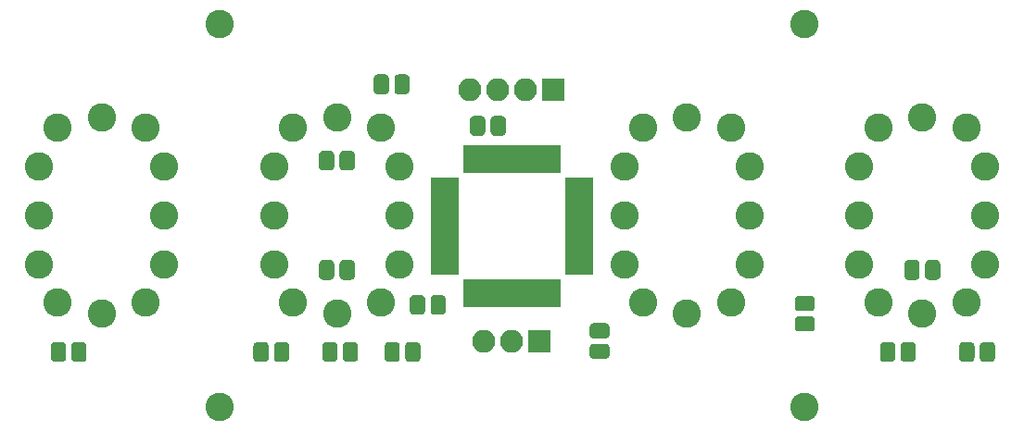
<source format=gbr>
G04 #@! TF.GenerationSoftware,KiCad,Pcbnew,(5.1.5-0-10_14)*
G04 #@! TF.CreationDate,2020-03-24T18:15:21-07:00*
G04 #@! TF.ProjectId,display_module,64697370-6c61-4795-9f6d-6f64756c652e,rev?*
G04 #@! TF.SameCoordinates,Original*
G04 #@! TF.FileFunction,Soldermask,Top*
G04 #@! TF.FilePolarity,Negative*
%FSLAX46Y46*%
G04 Gerber Fmt 4.6, Leading zero omitted, Abs format (unit mm)*
G04 Created by KiCad (PCBNEW (5.1.5-0-10_14)) date 2020-03-24 18:15:21*
%MOMM*%
%LPD*%
G04 APERTURE LIST*
%ADD10C,0.100000*%
%ADD11O,2.100000X2.100000*%
%ADD12R,2.100000X2.100000*%
%ADD13C,2.600000*%
%ADD14R,0.900000X2.600000*%
%ADD15R,2.600000X0.900000*%
G04 APERTURE END LIST*
D10*
G36*
X134114943Y-116601655D02*
G01*
X134148312Y-116606605D01*
X134181035Y-116614802D01*
X134212797Y-116626166D01*
X134243293Y-116640590D01*
X134272227Y-116657932D01*
X134299323Y-116678028D01*
X134324318Y-116700682D01*
X134346972Y-116725677D01*
X134367068Y-116752773D01*
X134384410Y-116781707D01*
X134398834Y-116812203D01*
X134410198Y-116843965D01*
X134418395Y-116876688D01*
X134423345Y-116910057D01*
X134425000Y-116943750D01*
X134425000Y-118056250D01*
X134423345Y-118089943D01*
X134418395Y-118123312D01*
X134410198Y-118156035D01*
X134398834Y-118187797D01*
X134384410Y-118218293D01*
X134367068Y-118247227D01*
X134346972Y-118274323D01*
X134324318Y-118299318D01*
X134299323Y-118321972D01*
X134272227Y-118342068D01*
X134243293Y-118359410D01*
X134212797Y-118373834D01*
X134181035Y-118385198D01*
X134148312Y-118393395D01*
X134114943Y-118398345D01*
X134081250Y-118400000D01*
X133393750Y-118400000D01*
X133360057Y-118398345D01*
X133326688Y-118393395D01*
X133293965Y-118385198D01*
X133262203Y-118373834D01*
X133231707Y-118359410D01*
X133202773Y-118342068D01*
X133175677Y-118321972D01*
X133150682Y-118299318D01*
X133128028Y-118274323D01*
X133107932Y-118247227D01*
X133090590Y-118218293D01*
X133076166Y-118187797D01*
X133064802Y-118156035D01*
X133056605Y-118123312D01*
X133051655Y-118089943D01*
X133050000Y-118056250D01*
X133050000Y-116943750D01*
X133051655Y-116910057D01*
X133056605Y-116876688D01*
X133064802Y-116843965D01*
X133076166Y-116812203D01*
X133090590Y-116781707D01*
X133107932Y-116752773D01*
X133128028Y-116725677D01*
X133150682Y-116700682D01*
X133175677Y-116678028D01*
X133202773Y-116657932D01*
X133231707Y-116640590D01*
X133262203Y-116626166D01*
X133293965Y-116614802D01*
X133326688Y-116606605D01*
X133360057Y-116601655D01*
X133393750Y-116600000D01*
X134081250Y-116600000D01*
X134114943Y-116601655D01*
G37*
G36*
X132239943Y-116601655D02*
G01*
X132273312Y-116606605D01*
X132306035Y-116614802D01*
X132337797Y-116626166D01*
X132368293Y-116640590D01*
X132397227Y-116657932D01*
X132424323Y-116678028D01*
X132449318Y-116700682D01*
X132471972Y-116725677D01*
X132492068Y-116752773D01*
X132509410Y-116781707D01*
X132523834Y-116812203D01*
X132535198Y-116843965D01*
X132543395Y-116876688D01*
X132548345Y-116910057D01*
X132550000Y-116943750D01*
X132550000Y-118056250D01*
X132548345Y-118089943D01*
X132543395Y-118123312D01*
X132535198Y-118156035D01*
X132523834Y-118187797D01*
X132509410Y-118218293D01*
X132492068Y-118247227D01*
X132471972Y-118274323D01*
X132449318Y-118299318D01*
X132424323Y-118321972D01*
X132397227Y-118342068D01*
X132368293Y-118359410D01*
X132337797Y-118373834D01*
X132306035Y-118385198D01*
X132273312Y-118393395D01*
X132239943Y-118398345D01*
X132206250Y-118400000D01*
X131518750Y-118400000D01*
X131485057Y-118398345D01*
X131451688Y-118393395D01*
X131418965Y-118385198D01*
X131387203Y-118373834D01*
X131356707Y-118359410D01*
X131327773Y-118342068D01*
X131300677Y-118321972D01*
X131275682Y-118299318D01*
X131253028Y-118274323D01*
X131232932Y-118247227D01*
X131215590Y-118218293D01*
X131201166Y-118187797D01*
X131189802Y-118156035D01*
X131181605Y-118123312D01*
X131176655Y-118089943D01*
X131175000Y-118056250D01*
X131175000Y-116943750D01*
X131176655Y-116910057D01*
X131181605Y-116876688D01*
X131189802Y-116843965D01*
X131201166Y-116812203D01*
X131215590Y-116781707D01*
X131232932Y-116752773D01*
X131253028Y-116725677D01*
X131275682Y-116700682D01*
X131300677Y-116678028D01*
X131327773Y-116657932D01*
X131356707Y-116640590D01*
X131387203Y-116626166D01*
X131418965Y-116614802D01*
X131451688Y-116606605D01*
X131485057Y-116601655D01*
X131518750Y-116600000D01*
X132206250Y-116600000D01*
X132239943Y-116601655D01*
G37*
G36*
X183189943Y-116601655D02*
G01*
X183223312Y-116606605D01*
X183256035Y-116614802D01*
X183287797Y-116626166D01*
X183318293Y-116640590D01*
X183347227Y-116657932D01*
X183374323Y-116678028D01*
X183399318Y-116700682D01*
X183421972Y-116725677D01*
X183442068Y-116752773D01*
X183459410Y-116781707D01*
X183473834Y-116812203D01*
X183485198Y-116843965D01*
X183493395Y-116876688D01*
X183498345Y-116910057D01*
X183500000Y-116943750D01*
X183500000Y-118056250D01*
X183498345Y-118089943D01*
X183493395Y-118123312D01*
X183485198Y-118156035D01*
X183473834Y-118187797D01*
X183459410Y-118218293D01*
X183442068Y-118247227D01*
X183421972Y-118274323D01*
X183399318Y-118299318D01*
X183374323Y-118321972D01*
X183347227Y-118342068D01*
X183318293Y-118359410D01*
X183287797Y-118373834D01*
X183256035Y-118385198D01*
X183223312Y-118393395D01*
X183189943Y-118398345D01*
X183156250Y-118400000D01*
X182468750Y-118400000D01*
X182435057Y-118398345D01*
X182401688Y-118393395D01*
X182368965Y-118385198D01*
X182337203Y-118373834D01*
X182306707Y-118359410D01*
X182277773Y-118342068D01*
X182250677Y-118321972D01*
X182225682Y-118299318D01*
X182203028Y-118274323D01*
X182182932Y-118247227D01*
X182165590Y-118218293D01*
X182151166Y-118187797D01*
X182139802Y-118156035D01*
X182131605Y-118123312D01*
X182126655Y-118089943D01*
X182125000Y-118056250D01*
X182125000Y-116943750D01*
X182126655Y-116910057D01*
X182131605Y-116876688D01*
X182139802Y-116843965D01*
X182151166Y-116812203D01*
X182165590Y-116781707D01*
X182182932Y-116752773D01*
X182203028Y-116725677D01*
X182225682Y-116700682D01*
X182250677Y-116678028D01*
X182277773Y-116657932D01*
X182306707Y-116640590D01*
X182337203Y-116626166D01*
X182368965Y-116614802D01*
X182401688Y-116606605D01*
X182435057Y-116601655D01*
X182468750Y-116600000D01*
X183156250Y-116600000D01*
X183189943Y-116601655D01*
G37*
G36*
X185064943Y-116601655D02*
G01*
X185098312Y-116606605D01*
X185131035Y-116614802D01*
X185162797Y-116626166D01*
X185193293Y-116640590D01*
X185222227Y-116657932D01*
X185249323Y-116678028D01*
X185274318Y-116700682D01*
X185296972Y-116725677D01*
X185317068Y-116752773D01*
X185334410Y-116781707D01*
X185348834Y-116812203D01*
X185360198Y-116843965D01*
X185368395Y-116876688D01*
X185373345Y-116910057D01*
X185375000Y-116943750D01*
X185375000Y-118056250D01*
X185373345Y-118089943D01*
X185368395Y-118123312D01*
X185360198Y-118156035D01*
X185348834Y-118187797D01*
X185334410Y-118218293D01*
X185317068Y-118247227D01*
X185296972Y-118274323D01*
X185274318Y-118299318D01*
X185249323Y-118321972D01*
X185222227Y-118342068D01*
X185193293Y-118359410D01*
X185162797Y-118373834D01*
X185131035Y-118385198D01*
X185098312Y-118393395D01*
X185064943Y-118398345D01*
X185031250Y-118400000D01*
X184343750Y-118400000D01*
X184310057Y-118398345D01*
X184276688Y-118393395D01*
X184243965Y-118385198D01*
X184212203Y-118373834D01*
X184181707Y-118359410D01*
X184152773Y-118342068D01*
X184125677Y-118321972D01*
X184100682Y-118299318D01*
X184078028Y-118274323D01*
X184057932Y-118247227D01*
X184040590Y-118218293D01*
X184026166Y-118187797D01*
X184014802Y-118156035D01*
X184006605Y-118123312D01*
X184001655Y-118089943D01*
X184000000Y-118056250D01*
X184000000Y-116943750D01*
X184001655Y-116910057D01*
X184006605Y-116876688D01*
X184014802Y-116843965D01*
X184026166Y-116812203D01*
X184040590Y-116781707D01*
X184057932Y-116752773D01*
X184078028Y-116725677D01*
X184100682Y-116700682D01*
X184125677Y-116678028D01*
X184152773Y-116657932D01*
X184181707Y-116640590D01*
X184212203Y-116626166D01*
X184243965Y-116614802D01*
X184276688Y-116606605D01*
X184310057Y-116601655D01*
X184343750Y-116600000D01*
X185031250Y-116600000D01*
X185064943Y-116601655D01*
G37*
G36*
X107439943Y-116601655D02*
G01*
X107473312Y-116606605D01*
X107506035Y-116614802D01*
X107537797Y-116626166D01*
X107568293Y-116640590D01*
X107597227Y-116657932D01*
X107624323Y-116678028D01*
X107649318Y-116700682D01*
X107671972Y-116725677D01*
X107692068Y-116752773D01*
X107709410Y-116781707D01*
X107723834Y-116812203D01*
X107735198Y-116843965D01*
X107743395Y-116876688D01*
X107748345Y-116910057D01*
X107750000Y-116943750D01*
X107750000Y-118056250D01*
X107748345Y-118089943D01*
X107743395Y-118123312D01*
X107735198Y-118156035D01*
X107723834Y-118187797D01*
X107709410Y-118218293D01*
X107692068Y-118247227D01*
X107671972Y-118274323D01*
X107649318Y-118299318D01*
X107624323Y-118321972D01*
X107597227Y-118342068D01*
X107568293Y-118359410D01*
X107537797Y-118373834D01*
X107506035Y-118385198D01*
X107473312Y-118393395D01*
X107439943Y-118398345D01*
X107406250Y-118400000D01*
X106718750Y-118400000D01*
X106685057Y-118398345D01*
X106651688Y-118393395D01*
X106618965Y-118385198D01*
X106587203Y-118373834D01*
X106556707Y-118359410D01*
X106527773Y-118342068D01*
X106500677Y-118321972D01*
X106475682Y-118299318D01*
X106453028Y-118274323D01*
X106432932Y-118247227D01*
X106415590Y-118218293D01*
X106401166Y-118187797D01*
X106389802Y-118156035D01*
X106381605Y-118123312D01*
X106376655Y-118089943D01*
X106375000Y-118056250D01*
X106375000Y-116943750D01*
X106376655Y-116910057D01*
X106381605Y-116876688D01*
X106389802Y-116843965D01*
X106401166Y-116812203D01*
X106415590Y-116781707D01*
X106432932Y-116752773D01*
X106453028Y-116725677D01*
X106475682Y-116700682D01*
X106500677Y-116678028D01*
X106527773Y-116657932D01*
X106556707Y-116640590D01*
X106587203Y-116626166D01*
X106618965Y-116614802D01*
X106651688Y-116606605D01*
X106685057Y-116601655D01*
X106718750Y-116600000D01*
X107406250Y-116600000D01*
X107439943Y-116601655D01*
G37*
G36*
X109314943Y-116601655D02*
G01*
X109348312Y-116606605D01*
X109381035Y-116614802D01*
X109412797Y-116626166D01*
X109443293Y-116640590D01*
X109472227Y-116657932D01*
X109499323Y-116678028D01*
X109524318Y-116700682D01*
X109546972Y-116725677D01*
X109567068Y-116752773D01*
X109584410Y-116781707D01*
X109598834Y-116812203D01*
X109610198Y-116843965D01*
X109618395Y-116876688D01*
X109623345Y-116910057D01*
X109625000Y-116943750D01*
X109625000Y-118056250D01*
X109623345Y-118089943D01*
X109618395Y-118123312D01*
X109610198Y-118156035D01*
X109598834Y-118187797D01*
X109584410Y-118218293D01*
X109567068Y-118247227D01*
X109546972Y-118274323D01*
X109524318Y-118299318D01*
X109499323Y-118321972D01*
X109472227Y-118342068D01*
X109443293Y-118359410D01*
X109412797Y-118373834D01*
X109381035Y-118385198D01*
X109348312Y-118393395D01*
X109314943Y-118398345D01*
X109281250Y-118400000D01*
X108593750Y-118400000D01*
X108560057Y-118398345D01*
X108526688Y-118393395D01*
X108493965Y-118385198D01*
X108462203Y-118373834D01*
X108431707Y-118359410D01*
X108402773Y-118342068D01*
X108375677Y-118321972D01*
X108350682Y-118299318D01*
X108328028Y-118274323D01*
X108307932Y-118247227D01*
X108290590Y-118218293D01*
X108276166Y-118187797D01*
X108264802Y-118156035D01*
X108256605Y-118123312D01*
X108251655Y-118089943D01*
X108250000Y-118056250D01*
X108250000Y-116943750D01*
X108251655Y-116910057D01*
X108256605Y-116876688D01*
X108264802Y-116843965D01*
X108276166Y-116812203D01*
X108290590Y-116781707D01*
X108307932Y-116752773D01*
X108328028Y-116725677D01*
X108350682Y-116700682D01*
X108375677Y-116678028D01*
X108402773Y-116657932D01*
X108431707Y-116640590D01*
X108462203Y-116626166D01*
X108493965Y-116614802D01*
X108526688Y-116606605D01*
X108560057Y-116601655D01*
X108593750Y-116600000D01*
X109281250Y-116600000D01*
X109314943Y-116601655D01*
G37*
G36*
X138814943Y-92101655D02*
G01*
X138848312Y-92106605D01*
X138881035Y-92114802D01*
X138912797Y-92126166D01*
X138943293Y-92140590D01*
X138972227Y-92157932D01*
X138999323Y-92178028D01*
X139024318Y-92200682D01*
X139046972Y-92225677D01*
X139067068Y-92252773D01*
X139084410Y-92281707D01*
X139098834Y-92312203D01*
X139110198Y-92343965D01*
X139118395Y-92376688D01*
X139123345Y-92410057D01*
X139125000Y-92443750D01*
X139125000Y-93556250D01*
X139123345Y-93589943D01*
X139118395Y-93623312D01*
X139110198Y-93656035D01*
X139098834Y-93687797D01*
X139084410Y-93718293D01*
X139067068Y-93747227D01*
X139046972Y-93774323D01*
X139024318Y-93799318D01*
X138999323Y-93821972D01*
X138972227Y-93842068D01*
X138943293Y-93859410D01*
X138912797Y-93873834D01*
X138881035Y-93885198D01*
X138848312Y-93893395D01*
X138814943Y-93898345D01*
X138781250Y-93900000D01*
X138093750Y-93900000D01*
X138060057Y-93898345D01*
X138026688Y-93893395D01*
X137993965Y-93885198D01*
X137962203Y-93873834D01*
X137931707Y-93859410D01*
X137902773Y-93842068D01*
X137875677Y-93821972D01*
X137850682Y-93799318D01*
X137828028Y-93774323D01*
X137807932Y-93747227D01*
X137790590Y-93718293D01*
X137776166Y-93687797D01*
X137764802Y-93656035D01*
X137756605Y-93623312D01*
X137751655Y-93589943D01*
X137750000Y-93556250D01*
X137750000Y-92443750D01*
X137751655Y-92410057D01*
X137756605Y-92376688D01*
X137764802Y-92343965D01*
X137776166Y-92312203D01*
X137790590Y-92281707D01*
X137807932Y-92252773D01*
X137828028Y-92225677D01*
X137850682Y-92200682D01*
X137875677Y-92178028D01*
X137902773Y-92157932D01*
X137931707Y-92140590D01*
X137962203Y-92126166D01*
X137993965Y-92114802D01*
X138026688Y-92106605D01*
X138060057Y-92101655D01*
X138093750Y-92100000D01*
X138781250Y-92100000D01*
X138814943Y-92101655D01*
G37*
G36*
X136939943Y-92101655D02*
G01*
X136973312Y-92106605D01*
X137006035Y-92114802D01*
X137037797Y-92126166D01*
X137068293Y-92140590D01*
X137097227Y-92157932D01*
X137124323Y-92178028D01*
X137149318Y-92200682D01*
X137171972Y-92225677D01*
X137192068Y-92252773D01*
X137209410Y-92281707D01*
X137223834Y-92312203D01*
X137235198Y-92343965D01*
X137243395Y-92376688D01*
X137248345Y-92410057D01*
X137250000Y-92443750D01*
X137250000Y-93556250D01*
X137248345Y-93589943D01*
X137243395Y-93623312D01*
X137235198Y-93656035D01*
X137223834Y-93687797D01*
X137209410Y-93718293D01*
X137192068Y-93747227D01*
X137171972Y-93774323D01*
X137149318Y-93799318D01*
X137124323Y-93821972D01*
X137097227Y-93842068D01*
X137068293Y-93859410D01*
X137037797Y-93873834D01*
X137006035Y-93885198D01*
X136973312Y-93893395D01*
X136939943Y-93898345D01*
X136906250Y-93900000D01*
X136218750Y-93900000D01*
X136185057Y-93898345D01*
X136151688Y-93893395D01*
X136118965Y-93885198D01*
X136087203Y-93873834D01*
X136056707Y-93859410D01*
X136027773Y-93842068D01*
X136000677Y-93821972D01*
X135975682Y-93799318D01*
X135953028Y-93774323D01*
X135932932Y-93747227D01*
X135915590Y-93718293D01*
X135901166Y-93687797D01*
X135889802Y-93656035D01*
X135881605Y-93623312D01*
X135876655Y-93589943D01*
X135875000Y-93556250D01*
X135875000Y-92443750D01*
X135876655Y-92410057D01*
X135881605Y-92376688D01*
X135889802Y-92343965D01*
X135901166Y-92312203D01*
X135915590Y-92281707D01*
X135932932Y-92252773D01*
X135953028Y-92225677D01*
X135975682Y-92200682D01*
X136000677Y-92178028D01*
X136027773Y-92157932D01*
X136056707Y-92140590D01*
X136087203Y-92126166D01*
X136118965Y-92114802D01*
X136151688Y-92106605D01*
X136185057Y-92101655D01*
X136218750Y-92100000D01*
X136906250Y-92100000D01*
X136939943Y-92101655D01*
G37*
G36*
X133814943Y-99101655D02*
G01*
X133848312Y-99106605D01*
X133881035Y-99114802D01*
X133912797Y-99126166D01*
X133943293Y-99140590D01*
X133972227Y-99157932D01*
X133999323Y-99178028D01*
X134024318Y-99200682D01*
X134046972Y-99225677D01*
X134067068Y-99252773D01*
X134084410Y-99281707D01*
X134098834Y-99312203D01*
X134110198Y-99343965D01*
X134118395Y-99376688D01*
X134123345Y-99410057D01*
X134125000Y-99443750D01*
X134125000Y-100556250D01*
X134123345Y-100589943D01*
X134118395Y-100623312D01*
X134110198Y-100656035D01*
X134098834Y-100687797D01*
X134084410Y-100718293D01*
X134067068Y-100747227D01*
X134046972Y-100774323D01*
X134024318Y-100799318D01*
X133999323Y-100821972D01*
X133972227Y-100842068D01*
X133943293Y-100859410D01*
X133912797Y-100873834D01*
X133881035Y-100885198D01*
X133848312Y-100893395D01*
X133814943Y-100898345D01*
X133781250Y-100900000D01*
X133093750Y-100900000D01*
X133060057Y-100898345D01*
X133026688Y-100893395D01*
X132993965Y-100885198D01*
X132962203Y-100873834D01*
X132931707Y-100859410D01*
X132902773Y-100842068D01*
X132875677Y-100821972D01*
X132850682Y-100799318D01*
X132828028Y-100774323D01*
X132807932Y-100747227D01*
X132790590Y-100718293D01*
X132776166Y-100687797D01*
X132764802Y-100656035D01*
X132756605Y-100623312D01*
X132751655Y-100589943D01*
X132750000Y-100556250D01*
X132750000Y-99443750D01*
X132751655Y-99410057D01*
X132756605Y-99376688D01*
X132764802Y-99343965D01*
X132776166Y-99312203D01*
X132790590Y-99281707D01*
X132807932Y-99252773D01*
X132828028Y-99225677D01*
X132850682Y-99200682D01*
X132875677Y-99178028D01*
X132902773Y-99157932D01*
X132931707Y-99140590D01*
X132962203Y-99126166D01*
X132993965Y-99114802D01*
X133026688Y-99106605D01*
X133060057Y-99101655D01*
X133093750Y-99100000D01*
X133781250Y-99100000D01*
X133814943Y-99101655D01*
G37*
G36*
X131939943Y-99101655D02*
G01*
X131973312Y-99106605D01*
X132006035Y-99114802D01*
X132037797Y-99126166D01*
X132068293Y-99140590D01*
X132097227Y-99157932D01*
X132124323Y-99178028D01*
X132149318Y-99200682D01*
X132171972Y-99225677D01*
X132192068Y-99252773D01*
X132209410Y-99281707D01*
X132223834Y-99312203D01*
X132235198Y-99343965D01*
X132243395Y-99376688D01*
X132248345Y-99410057D01*
X132250000Y-99443750D01*
X132250000Y-100556250D01*
X132248345Y-100589943D01*
X132243395Y-100623312D01*
X132235198Y-100656035D01*
X132223834Y-100687797D01*
X132209410Y-100718293D01*
X132192068Y-100747227D01*
X132171972Y-100774323D01*
X132149318Y-100799318D01*
X132124323Y-100821972D01*
X132097227Y-100842068D01*
X132068293Y-100859410D01*
X132037797Y-100873834D01*
X132006035Y-100885198D01*
X131973312Y-100893395D01*
X131939943Y-100898345D01*
X131906250Y-100900000D01*
X131218750Y-100900000D01*
X131185057Y-100898345D01*
X131151688Y-100893395D01*
X131118965Y-100885198D01*
X131087203Y-100873834D01*
X131056707Y-100859410D01*
X131027773Y-100842068D01*
X131000677Y-100821972D01*
X130975682Y-100799318D01*
X130953028Y-100774323D01*
X130932932Y-100747227D01*
X130915590Y-100718293D01*
X130901166Y-100687797D01*
X130889802Y-100656035D01*
X130881605Y-100623312D01*
X130876655Y-100589943D01*
X130875000Y-100556250D01*
X130875000Y-99443750D01*
X130876655Y-99410057D01*
X130881605Y-99376688D01*
X130889802Y-99343965D01*
X130901166Y-99312203D01*
X130915590Y-99281707D01*
X130932932Y-99252773D01*
X130953028Y-99225677D01*
X130975682Y-99200682D01*
X131000677Y-99178028D01*
X131027773Y-99157932D01*
X131056707Y-99140590D01*
X131087203Y-99126166D01*
X131118965Y-99114802D01*
X131151688Y-99106605D01*
X131185057Y-99101655D01*
X131218750Y-99100000D01*
X131906250Y-99100000D01*
X131939943Y-99101655D01*
G37*
G36*
X133814943Y-109101655D02*
G01*
X133848312Y-109106605D01*
X133881035Y-109114802D01*
X133912797Y-109126166D01*
X133943293Y-109140590D01*
X133972227Y-109157932D01*
X133999323Y-109178028D01*
X134024318Y-109200682D01*
X134046972Y-109225677D01*
X134067068Y-109252773D01*
X134084410Y-109281707D01*
X134098834Y-109312203D01*
X134110198Y-109343965D01*
X134118395Y-109376688D01*
X134123345Y-109410057D01*
X134125000Y-109443750D01*
X134125000Y-110556250D01*
X134123345Y-110589943D01*
X134118395Y-110623312D01*
X134110198Y-110656035D01*
X134098834Y-110687797D01*
X134084410Y-110718293D01*
X134067068Y-110747227D01*
X134046972Y-110774323D01*
X134024318Y-110799318D01*
X133999323Y-110821972D01*
X133972227Y-110842068D01*
X133943293Y-110859410D01*
X133912797Y-110873834D01*
X133881035Y-110885198D01*
X133848312Y-110893395D01*
X133814943Y-110898345D01*
X133781250Y-110900000D01*
X133093750Y-110900000D01*
X133060057Y-110898345D01*
X133026688Y-110893395D01*
X132993965Y-110885198D01*
X132962203Y-110873834D01*
X132931707Y-110859410D01*
X132902773Y-110842068D01*
X132875677Y-110821972D01*
X132850682Y-110799318D01*
X132828028Y-110774323D01*
X132807932Y-110747227D01*
X132790590Y-110718293D01*
X132776166Y-110687797D01*
X132764802Y-110656035D01*
X132756605Y-110623312D01*
X132751655Y-110589943D01*
X132750000Y-110556250D01*
X132750000Y-109443750D01*
X132751655Y-109410057D01*
X132756605Y-109376688D01*
X132764802Y-109343965D01*
X132776166Y-109312203D01*
X132790590Y-109281707D01*
X132807932Y-109252773D01*
X132828028Y-109225677D01*
X132850682Y-109200682D01*
X132875677Y-109178028D01*
X132902773Y-109157932D01*
X132931707Y-109140590D01*
X132962203Y-109126166D01*
X132993965Y-109114802D01*
X133026688Y-109106605D01*
X133060057Y-109101655D01*
X133093750Y-109100000D01*
X133781250Y-109100000D01*
X133814943Y-109101655D01*
G37*
G36*
X131939943Y-109101655D02*
G01*
X131973312Y-109106605D01*
X132006035Y-109114802D01*
X132037797Y-109126166D01*
X132068293Y-109140590D01*
X132097227Y-109157932D01*
X132124323Y-109178028D01*
X132149318Y-109200682D01*
X132171972Y-109225677D01*
X132192068Y-109252773D01*
X132209410Y-109281707D01*
X132223834Y-109312203D01*
X132235198Y-109343965D01*
X132243395Y-109376688D01*
X132248345Y-109410057D01*
X132250000Y-109443750D01*
X132250000Y-110556250D01*
X132248345Y-110589943D01*
X132243395Y-110623312D01*
X132235198Y-110656035D01*
X132223834Y-110687797D01*
X132209410Y-110718293D01*
X132192068Y-110747227D01*
X132171972Y-110774323D01*
X132149318Y-110799318D01*
X132124323Y-110821972D01*
X132097227Y-110842068D01*
X132068293Y-110859410D01*
X132037797Y-110873834D01*
X132006035Y-110885198D01*
X131973312Y-110893395D01*
X131939943Y-110898345D01*
X131906250Y-110900000D01*
X131218750Y-110900000D01*
X131185057Y-110898345D01*
X131151688Y-110893395D01*
X131118965Y-110885198D01*
X131087203Y-110873834D01*
X131056707Y-110859410D01*
X131027773Y-110842068D01*
X131000677Y-110821972D01*
X130975682Y-110799318D01*
X130953028Y-110774323D01*
X130932932Y-110747227D01*
X130915590Y-110718293D01*
X130901166Y-110687797D01*
X130889802Y-110656035D01*
X130881605Y-110623312D01*
X130876655Y-110589943D01*
X130875000Y-110556250D01*
X130875000Y-109443750D01*
X130876655Y-109410057D01*
X130881605Y-109376688D01*
X130889802Y-109343965D01*
X130901166Y-109312203D01*
X130915590Y-109281707D01*
X130932932Y-109252773D01*
X130953028Y-109225677D01*
X130975682Y-109200682D01*
X131000677Y-109178028D01*
X131027773Y-109157932D01*
X131056707Y-109140590D01*
X131087203Y-109126166D01*
X131118965Y-109114802D01*
X131151688Y-109106605D01*
X131185057Y-109101655D01*
X131218750Y-109100000D01*
X131906250Y-109100000D01*
X131939943Y-109101655D01*
G37*
G36*
X142114943Y-112301655D02*
G01*
X142148312Y-112306605D01*
X142181035Y-112314802D01*
X142212797Y-112326166D01*
X142243293Y-112340590D01*
X142272227Y-112357932D01*
X142299323Y-112378028D01*
X142324318Y-112400682D01*
X142346972Y-112425677D01*
X142367068Y-112452773D01*
X142384410Y-112481707D01*
X142398834Y-112512203D01*
X142410198Y-112543965D01*
X142418395Y-112576688D01*
X142423345Y-112610057D01*
X142425000Y-112643750D01*
X142425000Y-113756250D01*
X142423345Y-113789943D01*
X142418395Y-113823312D01*
X142410198Y-113856035D01*
X142398834Y-113887797D01*
X142384410Y-113918293D01*
X142367068Y-113947227D01*
X142346972Y-113974323D01*
X142324318Y-113999318D01*
X142299323Y-114021972D01*
X142272227Y-114042068D01*
X142243293Y-114059410D01*
X142212797Y-114073834D01*
X142181035Y-114085198D01*
X142148312Y-114093395D01*
X142114943Y-114098345D01*
X142081250Y-114100000D01*
X141393750Y-114100000D01*
X141360057Y-114098345D01*
X141326688Y-114093395D01*
X141293965Y-114085198D01*
X141262203Y-114073834D01*
X141231707Y-114059410D01*
X141202773Y-114042068D01*
X141175677Y-114021972D01*
X141150682Y-113999318D01*
X141128028Y-113974323D01*
X141107932Y-113947227D01*
X141090590Y-113918293D01*
X141076166Y-113887797D01*
X141064802Y-113856035D01*
X141056605Y-113823312D01*
X141051655Y-113789943D01*
X141050000Y-113756250D01*
X141050000Y-112643750D01*
X141051655Y-112610057D01*
X141056605Y-112576688D01*
X141064802Y-112543965D01*
X141076166Y-112512203D01*
X141090590Y-112481707D01*
X141107932Y-112452773D01*
X141128028Y-112425677D01*
X141150682Y-112400682D01*
X141175677Y-112378028D01*
X141202773Y-112357932D01*
X141231707Y-112340590D01*
X141262203Y-112326166D01*
X141293965Y-112314802D01*
X141326688Y-112306605D01*
X141360057Y-112301655D01*
X141393750Y-112300000D01*
X142081250Y-112300000D01*
X142114943Y-112301655D01*
G37*
G36*
X140239943Y-112301655D02*
G01*
X140273312Y-112306605D01*
X140306035Y-112314802D01*
X140337797Y-112326166D01*
X140368293Y-112340590D01*
X140397227Y-112357932D01*
X140424323Y-112378028D01*
X140449318Y-112400682D01*
X140471972Y-112425677D01*
X140492068Y-112452773D01*
X140509410Y-112481707D01*
X140523834Y-112512203D01*
X140535198Y-112543965D01*
X140543395Y-112576688D01*
X140548345Y-112610057D01*
X140550000Y-112643750D01*
X140550000Y-113756250D01*
X140548345Y-113789943D01*
X140543395Y-113823312D01*
X140535198Y-113856035D01*
X140523834Y-113887797D01*
X140509410Y-113918293D01*
X140492068Y-113947227D01*
X140471972Y-113974323D01*
X140449318Y-113999318D01*
X140424323Y-114021972D01*
X140397227Y-114042068D01*
X140368293Y-114059410D01*
X140337797Y-114073834D01*
X140306035Y-114085198D01*
X140273312Y-114093395D01*
X140239943Y-114098345D01*
X140206250Y-114100000D01*
X139518750Y-114100000D01*
X139485057Y-114098345D01*
X139451688Y-114093395D01*
X139418965Y-114085198D01*
X139387203Y-114073834D01*
X139356707Y-114059410D01*
X139327773Y-114042068D01*
X139300677Y-114021972D01*
X139275682Y-113999318D01*
X139253028Y-113974323D01*
X139232932Y-113947227D01*
X139215590Y-113918293D01*
X139201166Y-113887797D01*
X139189802Y-113856035D01*
X139181605Y-113823312D01*
X139176655Y-113789943D01*
X139175000Y-113756250D01*
X139175000Y-112643750D01*
X139176655Y-112610057D01*
X139181605Y-112576688D01*
X139189802Y-112543965D01*
X139201166Y-112512203D01*
X139215590Y-112481707D01*
X139232932Y-112452773D01*
X139253028Y-112425677D01*
X139275682Y-112400682D01*
X139300677Y-112378028D01*
X139327773Y-112357932D01*
X139356707Y-112340590D01*
X139387203Y-112326166D01*
X139418965Y-112314802D01*
X139451688Y-112306605D01*
X139485057Y-112301655D01*
X139518750Y-112300000D01*
X140206250Y-112300000D01*
X140239943Y-112301655D01*
G37*
G36*
X139814943Y-116601655D02*
G01*
X139848312Y-116606605D01*
X139881035Y-116614802D01*
X139912797Y-116626166D01*
X139943293Y-116640590D01*
X139972227Y-116657932D01*
X139999323Y-116678028D01*
X140024318Y-116700682D01*
X140046972Y-116725677D01*
X140067068Y-116752773D01*
X140084410Y-116781707D01*
X140098834Y-116812203D01*
X140110198Y-116843965D01*
X140118395Y-116876688D01*
X140123345Y-116910057D01*
X140125000Y-116943750D01*
X140125000Y-118056250D01*
X140123345Y-118089943D01*
X140118395Y-118123312D01*
X140110198Y-118156035D01*
X140098834Y-118187797D01*
X140084410Y-118218293D01*
X140067068Y-118247227D01*
X140046972Y-118274323D01*
X140024318Y-118299318D01*
X139999323Y-118321972D01*
X139972227Y-118342068D01*
X139943293Y-118359410D01*
X139912797Y-118373834D01*
X139881035Y-118385198D01*
X139848312Y-118393395D01*
X139814943Y-118398345D01*
X139781250Y-118400000D01*
X139093750Y-118400000D01*
X139060057Y-118398345D01*
X139026688Y-118393395D01*
X138993965Y-118385198D01*
X138962203Y-118373834D01*
X138931707Y-118359410D01*
X138902773Y-118342068D01*
X138875677Y-118321972D01*
X138850682Y-118299318D01*
X138828028Y-118274323D01*
X138807932Y-118247227D01*
X138790590Y-118218293D01*
X138776166Y-118187797D01*
X138764802Y-118156035D01*
X138756605Y-118123312D01*
X138751655Y-118089943D01*
X138750000Y-118056250D01*
X138750000Y-116943750D01*
X138751655Y-116910057D01*
X138756605Y-116876688D01*
X138764802Y-116843965D01*
X138776166Y-116812203D01*
X138790590Y-116781707D01*
X138807932Y-116752773D01*
X138828028Y-116725677D01*
X138850682Y-116700682D01*
X138875677Y-116678028D01*
X138902773Y-116657932D01*
X138931707Y-116640590D01*
X138962203Y-116626166D01*
X138993965Y-116614802D01*
X139026688Y-116606605D01*
X139060057Y-116601655D01*
X139093750Y-116600000D01*
X139781250Y-116600000D01*
X139814943Y-116601655D01*
G37*
G36*
X137939943Y-116601655D02*
G01*
X137973312Y-116606605D01*
X138006035Y-116614802D01*
X138037797Y-116626166D01*
X138068293Y-116640590D01*
X138097227Y-116657932D01*
X138124323Y-116678028D01*
X138149318Y-116700682D01*
X138171972Y-116725677D01*
X138192068Y-116752773D01*
X138209410Y-116781707D01*
X138223834Y-116812203D01*
X138235198Y-116843965D01*
X138243395Y-116876688D01*
X138248345Y-116910057D01*
X138250000Y-116943750D01*
X138250000Y-118056250D01*
X138248345Y-118089943D01*
X138243395Y-118123312D01*
X138235198Y-118156035D01*
X138223834Y-118187797D01*
X138209410Y-118218293D01*
X138192068Y-118247227D01*
X138171972Y-118274323D01*
X138149318Y-118299318D01*
X138124323Y-118321972D01*
X138097227Y-118342068D01*
X138068293Y-118359410D01*
X138037797Y-118373834D01*
X138006035Y-118385198D01*
X137973312Y-118393395D01*
X137939943Y-118398345D01*
X137906250Y-118400000D01*
X137218750Y-118400000D01*
X137185057Y-118398345D01*
X137151688Y-118393395D01*
X137118965Y-118385198D01*
X137087203Y-118373834D01*
X137056707Y-118359410D01*
X137027773Y-118342068D01*
X137000677Y-118321972D01*
X136975682Y-118299318D01*
X136953028Y-118274323D01*
X136932932Y-118247227D01*
X136915590Y-118218293D01*
X136901166Y-118187797D01*
X136889802Y-118156035D01*
X136881605Y-118123312D01*
X136876655Y-118089943D01*
X136875000Y-118056250D01*
X136875000Y-116943750D01*
X136876655Y-116910057D01*
X136881605Y-116876688D01*
X136889802Y-116843965D01*
X136901166Y-116812203D01*
X136915590Y-116781707D01*
X136932932Y-116752773D01*
X136953028Y-116725677D01*
X136975682Y-116700682D01*
X137000677Y-116678028D01*
X137027773Y-116657932D01*
X137056707Y-116640590D01*
X137087203Y-116626166D01*
X137118965Y-116614802D01*
X137151688Y-116606605D01*
X137185057Y-116601655D01*
X137218750Y-116600000D01*
X137906250Y-116600000D01*
X137939943Y-116601655D01*
G37*
G36*
X127814943Y-116601655D02*
G01*
X127848312Y-116606605D01*
X127881035Y-116614802D01*
X127912797Y-116626166D01*
X127943293Y-116640590D01*
X127972227Y-116657932D01*
X127999323Y-116678028D01*
X128024318Y-116700682D01*
X128046972Y-116725677D01*
X128067068Y-116752773D01*
X128084410Y-116781707D01*
X128098834Y-116812203D01*
X128110198Y-116843965D01*
X128118395Y-116876688D01*
X128123345Y-116910057D01*
X128125000Y-116943750D01*
X128125000Y-118056250D01*
X128123345Y-118089943D01*
X128118395Y-118123312D01*
X128110198Y-118156035D01*
X128098834Y-118187797D01*
X128084410Y-118218293D01*
X128067068Y-118247227D01*
X128046972Y-118274323D01*
X128024318Y-118299318D01*
X127999323Y-118321972D01*
X127972227Y-118342068D01*
X127943293Y-118359410D01*
X127912797Y-118373834D01*
X127881035Y-118385198D01*
X127848312Y-118393395D01*
X127814943Y-118398345D01*
X127781250Y-118400000D01*
X127093750Y-118400000D01*
X127060057Y-118398345D01*
X127026688Y-118393395D01*
X126993965Y-118385198D01*
X126962203Y-118373834D01*
X126931707Y-118359410D01*
X126902773Y-118342068D01*
X126875677Y-118321972D01*
X126850682Y-118299318D01*
X126828028Y-118274323D01*
X126807932Y-118247227D01*
X126790590Y-118218293D01*
X126776166Y-118187797D01*
X126764802Y-118156035D01*
X126756605Y-118123312D01*
X126751655Y-118089943D01*
X126750000Y-118056250D01*
X126750000Y-116943750D01*
X126751655Y-116910057D01*
X126756605Y-116876688D01*
X126764802Y-116843965D01*
X126776166Y-116812203D01*
X126790590Y-116781707D01*
X126807932Y-116752773D01*
X126828028Y-116725677D01*
X126850682Y-116700682D01*
X126875677Y-116678028D01*
X126902773Y-116657932D01*
X126931707Y-116640590D01*
X126962203Y-116626166D01*
X126993965Y-116614802D01*
X127026688Y-116606605D01*
X127060057Y-116601655D01*
X127093750Y-116600000D01*
X127781250Y-116600000D01*
X127814943Y-116601655D01*
G37*
G36*
X125939943Y-116601655D02*
G01*
X125973312Y-116606605D01*
X126006035Y-116614802D01*
X126037797Y-116626166D01*
X126068293Y-116640590D01*
X126097227Y-116657932D01*
X126124323Y-116678028D01*
X126149318Y-116700682D01*
X126171972Y-116725677D01*
X126192068Y-116752773D01*
X126209410Y-116781707D01*
X126223834Y-116812203D01*
X126235198Y-116843965D01*
X126243395Y-116876688D01*
X126248345Y-116910057D01*
X126250000Y-116943750D01*
X126250000Y-118056250D01*
X126248345Y-118089943D01*
X126243395Y-118123312D01*
X126235198Y-118156035D01*
X126223834Y-118187797D01*
X126209410Y-118218293D01*
X126192068Y-118247227D01*
X126171972Y-118274323D01*
X126149318Y-118299318D01*
X126124323Y-118321972D01*
X126097227Y-118342068D01*
X126068293Y-118359410D01*
X126037797Y-118373834D01*
X126006035Y-118385198D01*
X125973312Y-118393395D01*
X125939943Y-118398345D01*
X125906250Y-118400000D01*
X125218750Y-118400000D01*
X125185057Y-118398345D01*
X125151688Y-118393395D01*
X125118965Y-118385198D01*
X125087203Y-118373834D01*
X125056707Y-118359410D01*
X125027773Y-118342068D01*
X125000677Y-118321972D01*
X124975682Y-118299318D01*
X124953028Y-118274323D01*
X124932932Y-118247227D01*
X124915590Y-118218293D01*
X124901166Y-118187797D01*
X124889802Y-118156035D01*
X124881605Y-118123312D01*
X124876655Y-118089943D01*
X124875000Y-118056250D01*
X124875000Y-116943750D01*
X124876655Y-116910057D01*
X124881605Y-116876688D01*
X124889802Y-116843965D01*
X124901166Y-116812203D01*
X124915590Y-116781707D01*
X124932932Y-116752773D01*
X124953028Y-116725677D01*
X124975682Y-116700682D01*
X125000677Y-116678028D01*
X125027773Y-116657932D01*
X125056707Y-116640590D01*
X125087203Y-116626166D01*
X125118965Y-116614802D01*
X125151688Y-116606605D01*
X125185057Y-116601655D01*
X125218750Y-116600000D01*
X125906250Y-116600000D01*
X125939943Y-116601655D01*
G37*
G36*
X157089943Y-114876655D02*
G01*
X157123312Y-114881605D01*
X157156035Y-114889802D01*
X157187797Y-114901166D01*
X157218293Y-114915590D01*
X157247227Y-114932932D01*
X157274323Y-114953028D01*
X157299318Y-114975682D01*
X157321972Y-115000677D01*
X157342068Y-115027773D01*
X157359410Y-115056707D01*
X157373834Y-115087203D01*
X157385198Y-115118965D01*
X157393395Y-115151688D01*
X157398345Y-115185057D01*
X157400000Y-115218750D01*
X157400000Y-115906250D01*
X157398345Y-115939943D01*
X157393395Y-115973312D01*
X157385198Y-116006035D01*
X157373834Y-116037797D01*
X157359410Y-116068293D01*
X157342068Y-116097227D01*
X157321972Y-116124323D01*
X157299318Y-116149318D01*
X157274323Y-116171972D01*
X157247227Y-116192068D01*
X157218293Y-116209410D01*
X157187797Y-116223834D01*
X157156035Y-116235198D01*
X157123312Y-116243395D01*
X157089943Y-116248345D01*
X157056250Y-116250000D01*
X155943750Y-116250000D01*
X155910057Y-116248345D01*
X155876688Y-116243395D01*
X155843965Y-116235198D01*
X155812203Y-116223834D01*
X155781707Y-116209410D01*
X155752773Y-116192068D01*
X155725677Y-116171972D01*
X155700682Y-116149318D01*
X155678028Y-116124323D01*
X155657932Y-116097227D01*
X155640590Y-116068293D01*
X155626166Y-116037797D01*
X155614802Y-116006035D01*
X155606605Y-115973312D01*
X155601655Y-115939943D01*
X155600000Y-115906250D01*
X155600000Y-115218750D01*
X155601655Y-115185057D01*
X155606605Y-115151688D01*
X155614802Y-115118965D01*
X155626166Y-115087203D01*
X155640590Y-115056707D01*
X155657932Y-115027773D01*
X155678028Y-115000677D01*
X155700682Y-114975682D01*
X155725677Y-114953028D01*
X155752773Y-114932932D01*
X155781707Y-114915590D01*
X155812203Y-114901166D01*
X155843965Y-114889802D01*
X155876688Y-114881605D01*
X155910057Y-114876655D01*
X155943750Y-114875000D01*
X157056250Y-114875000D01*
X157089943Y-114876655D01*
G37*
G36*
X157089943Y-116751655D02*
G01*
X157123312Y-116756605D01*
X157156035Y-116764802D01*
X157187797Y-116776166D01*
X157218293Y-116790590D01*
X157247227Y-116807932D01*
X157274323Y-116828028D01*
X157299318Y-116850682D01*
X157321972Y-116875677D01*
X157342068Y-116902773D01*
X157359410Y-116931707D01*
X157373834Y-116962203D01*
X157385198Y-116993965D01*
X157393395Y-117026688D01*
X157398345Y-117060057D01*
X157400000Y-117093750D01*
X157400000Y-117781250D01*
X157398345Y-117814943D01*
X157393395Y-117848312D01*
X157385198Y-117881035D01*
X157373834Y-117912797D01*
X157359410Y-117943293D01*
X157342068Y-117972227D01*
X157321972Y-117999323D01*
X157299318Y-118024318D01*
X157274323Y-118046972D01*
X157247227Y-118067068D01*
X157218293Y-118084410D01*
X157187797Y-118098834D01*
X157156035Y-118110198D01*
X157123312Y-118118395D01*
X157089943Y-118123345D01*
X157056250Y-118125000D01*
X155943750Y-118125000D01*
X155910057Y-118123345D01*
X155876688Y-118118395D01*
X155843965Y-118110198D01*
X155812203Y-118098834D01*
X155781707Y-118084410D01*
X155752773Y-118067068D01*
X155725677Y-118046972D01*
X155700682Y-118024318D01*
X155678028Y-117999323D01*
X155657932Y-117972227D01*
X155640590Y-117943293D01*
X155626166Y-117912797D01*
X155614802Y-117881035D01*
X155606605Y-117848312D01*
X155601655Y-117814943D01*
X155600000Y-117781250D01*
X155600000Y-117093750D01*
X155601655Y-117060057D01*
X155606605Y-117026688D01*
X155614802Y-116993965D01*
X155626166Y-116962203D01*
X155640590Y-116931707D01*
X155657932Y-116902773D01*
X155678028Y-116875677D01*
X155700682Y-116850682D01*
X155725677Y-116828028D01*
X155752773Y-116807932D01*
X155781707Y-116790590D01*
X155812203Y-116776166D01*
X155843965Y-116764802D01*
X155876688Y-116756605D01*
X155910057Y-116751655D01*
X155943750Y-116750000D01*
X157056250Y-116750000D01*
X157089943Y-116751655D01*
G37*
G36*
X185439943Y-109101655D02*
G01*
X185473312Y-109106605D01*
X185506035Y-109114802D01*
X185537797Y-109126166D01*
X185568293Y-109140590D01*
X185597227Y-109157932D01*
X185624323Y-109178028D01*
X185649318Y-109200682D01*
X185671972Y-109225677D01*
X185692068Y-109252773D01*
X185709410Y-109281707D01*
X185723834Y-109312203D01*
X185735198Y-109343965D01*
X185743395Y-109376688D01*
X185748345Y-109410057D01*
X185750000Y-109443750D01*
X185750000Y-110556250D01*
X185748345Y-110589943D01*
X185743395Y-110623312D01*
X185735198Y-110656035D01*
X185723834Y-110687797D01*
X185709410Y-110718293D01*
X185692068Y-110747227D01*
X185671972Y-110774323D01*
X185649318Y-110799318D01*
X185624323Y-110821972D01*
X185597227Y-110842068D01*
X185568293Y-110859410D01*
X185537797Y-110873834D01*
X185506035Y-110885198D01*
X185473312Y-110893395D01*
X185439943Y-110898345D01*
X185406250Y-110900000D01*
X184718750Y-110900000D01*
X184685057Y-110898345D01*
X184651688Y-110893395D01*
X184618965Y-110885198D01*
X184587203Y-110873834D01*
X184556707Y-110859410D01*
X184527773Y-110842068D01*
X184500677Y-110821972D01*
X184475682Y-110799318D01*
X184453028Y-110774323D01*
X184432932Y-110747227D01*
X184415590Y-110718293D01*
X184401166Y-110687797D01*
X184389802Y-110656035D01*
X184381605Y-110623312D01*
X184376655Y-110589943D01*
X184375000Y-110556250D01*
X184375000Y-109443750D01*
X184376655Y-109410057D01*
X184381605Y-109376688D01*
X184389802Y-109343965D01*
X184401166Y-109312203D01*
X184415590Y-109281707D01*
X184432932Y-109252773D01*
X184453028Y-109225677D01*
X184475682Y-109200682D01*
X184500677Y-109178028D01*
X184527773Y-109157932D01*
X184556707Y-109140590D01*
X184587203Y-109126166D01*
X184618965Y-109114802D01*
X184651688Y-109106605D01*
X184685057Y-109101655D01*
X184718750Y-109100000D01*
X185406250Y-109100000D01*
X185439943Y-109101655D01*
G37*
G36*
X187314943Y-109101655D02*
G01*
X187348312Y-109106605D01*
X187381035Y-109114802D01*
X187412797Y-109126166D01*
X187443293Y-109140590D01*
X187472227Y-109157932D01*
X187499323Y-109178028D01*
X187524318Y-109200682D01*
X187546972Y-109225677D01*
X187567068Y-109252773D01*
X187584410Y-109281707D01*
X187598834Y-109312203D01*
X187610198Y-109343965D01*
X187618395Y-109376688D01*
X187623345Y-109410057D01*
X187625000Y-109443750D01*
X187625000Y-110556250D01*
X187623345Y-110589943D01*
X187618395Y-110623312D01*
X187610198Y-110656035D01*
X187598834Y-110687797D01*
X187584410Y-110718293D01*
X187567068Y-110747227D01*
X187546972Y-110774323D01*
X187524318Y-110799318D01*
X187499323Y-110821972D01*
X187472227Y-110842068D01*
X187443293Y-110859410D01*
X187412797Y-110873834D01*
X187381035Y-110885198D01*
X187348312Y-110893395D01*
X187314943Y-110898345D01*
X187281250Y-110900000D01*
X186593750Y-110900000D01*
X186560057Y-110898345D01*
X186526688Y-110893395D01*
X186493965Y-110885198D01*
X186462203Y-110873834D01*
X186431707Y-110859410D01*
X186402773Y-110842068D01*
X186375677Y-110821972D01*
X186350682Y-110799318D01*
X186328028Y-110774323D01*
X186307932Y-110747227D01*
X186290590Y-110718293D01*
X186276166Y-110687797D01*
X186264802Y-110656035D01*
X186256605Y-110623312D01*
X186251655Y-110589943D01*
X186250000Y-110556250D01*
X186250000Y-109443750D01*
X186251655Y-109410057D01*
X186256605Y-109376688D01*
X186264802Y-109343965D01*
X186276166Y-109312203D01*
X186290590Y-109281707D01*
X186307932Y-109252773D01*
X186328028Y-109225677D01*
X186350682Y-109200682D01*
X186375677Y-109178028D01*
X186402773Y-109157932D01*
X186431707Y-109140590D01*
X186462203Y-109126166D01*
X186493965Y-109114802D01*
X186526688Y-109106605D01*
X186560057Y-109101655D01*
X186593750Y-109100000D01*
X187281250Y-109100000D01*
X187314943Y-109101655D01*
G37*
G36*
X190439943Y-116601655D02*
G01*
X190473312Y-116606605D01*
X190506035Y-116614802D01*
X190537797Y-116626166D01*
X190568293Y-116640590D01*
X190597227Y-116657932D01*
X190624323Y-116678028D01*
X190649318Y-116700682D01*
X190671972Y-116725677D01*
X190692068Y-116752773D01*
X190709410Y-116781707D01*
X190723834Y-116812203D01*
X190735198Y-116843965D01*
X190743395Y-116876688D01*
X190748345Y-116910057D01*
X190750000Y-116943750D01*
X190750000Y-118056250D01*
X190748345Y-118089943D01*
X190743395Y-118123312D01*
X190735198Y-118156035D01*
X190723834Y-118187797D01*
X190709410Y-118218293D01*
X190692068Y-118247227D01*
X190671972Y-118274323D01*
X190649318Y-118299318D01*
X190624323Y-118321972D01*
X190597227Y-118342068D01*
X190568293Y-118359410D01*
X190537797Y-118373834D01*
X190506035Y-118385198D01*
X190473312Y-118393395D01*
X190439943Y-118398345D01*
X190406250Y-118400000D01*
X189718750Y-118400000D01*
X189685057Y-118398345D01*
X189651688Y-118393395D01*
X189618965Y-118385198D01*
X189587203Y-118373834D01*
X189556707Y-118359410D01*
X189527773Y-118342068D01*
X189500677Y-118321972D01*
X189475682Y-118299318D01*
X189453028Y-118274323D01*
X189432932Y-118247227D01*
X189415590Y-118218293D01*
X189401166Y-118187797D01*
X189389802Y-118156035D01*
X189381605Y-118123312D01*
X189376655Y-118089943D01*
X189375000Y-118056250D01*
X189375000Y-116943750D01*
X189376655Y-116910057D01*
X189381605Y-116876688D01*
X189389802Y-116843965D01*
X189401166Y-116812203D01*
X189415590Y-116781707D01*
X189432932Y-116752773D01*
X189453028Y-116725677D01*
X189475682Y-116700682D01*
X189500677Y-116678028D01*
X189527773Y-116657932D01*
X189556707Y-116640590D01*
X189587203Y-116626166D01*
X189618965Y-116614802D01*
X189651688Y-116606605D01*
X189685057Y-116601655D01*
X189718750Y-116600000D01*
X190406250Y-116600000D01*
X190439943Y-116601655D01*
G37*
G36*
X192314943Y-116601655D02*
G01*
X192348312Y-116606605D01*
X192381035Y-116614802D01*
X192412797Y-116626166D01*
X192443293Y-116640590D01*
X192472227Y-116657932D01*
X192499323Y-116678028D01*
X192524318Y-116700682D01*
X192546972Y-116725677D01*
X192567068Y-116752773D01*
X192584410Y-116781707D01*
X192598834Y-116812203D01*
X192610198Y-116843965D01*
X192618395Y-116876688D01*
X192623345Y-116910057D01*
X192625000Y-116943750D01*
X192625000Y-118056250D01*
X192623345Y-118089943D01*
X192618395Y-118123312D01*
X192610198Y-118156035D01*
X192598834Y-118187797D01*
X192584410Y-118218293D01*
X192567068Y-118247227D01*
X192546972Y-118274323D01*
X192524318Y-118299318D01*
X192499323Y-118321972D01*
X192472227Y-118342068D01*
X192443293Y-118359410D01*
X192412797Y-118373834D01*
X192381035Y-118385198D01*
X192348312Y-118393395D01*
X192314943Y-118398345D01*
X192281250Y-118400000D01*
X191593750Y-118400000D01*
X191560057Y-118398345D01*
X191526688Y-118393395D01*
X191493965Y-118385198D01*
X191462203Y-118373834D01*
X191431707Y-118359410D01*
X191402773Y-118342068D01*
X191375677Y-118321972D01*
X191350682Y-118299318D01*
X191328028Y-118274323D01*
X191307932Y-118247227D01*
X191290590Y-118218293D01*
X191276166Y-118187797D01*
X191264802Y-118156035D01*
X191256605Y-118123312D01*
X191251655Y-118089943D01*
X191250000Y-118056250D01*
X191250000Y-116943750D01*
X191251655Y-116910057D01*
X191256605Y-116876688D01*
X191264802Y-116843965D01*
X191276166Y-116812203D01*
X191290590Y-116781707D01*
X191307932Y-116752773D01*
X191328028Y-116725677D01*
X191350682Y-116700682D01*
X191375677Y-116678028D01*
X191402773Y-116657932D01*
X191431707Y-116640590D01*
X191462203Y-116626166D01*
X191493965Y-116614802D01*
X191526688Y-116606605D01*
X191560057Y-116601655D01*
X191593750Y-116600000D01*
X192281250Y-116600000D01*
X192314943Y-116601655D01*
G37*
G36*
X175839943Y-114251655D02*
G01*
X175873312Y-114256605D01*
X175906035Y-114264802D01*
X175937797Y-114276166D01*
X175968293Y-114290590D01*
X175997227Y-114307932D01*
X176024323Y-114328028D01*
X176049318Y-114350682D01*
X176071972Y-114375677D01*
X176092068Y-114402773D01*
X176109410Y-114431707D01*
X176123834Y-114462203D01*
X176135198Y-114493965D01*
X176143395Y-114526688D01*
X176148345Y-114560057D01*
X176150000Y-114593750D01*
X176150000Y-115281250D01*
X176148345Y-115314943D01*
X176143395Y-115348312D01*
X176135198Y-115381035D01*
X176123834Y-115412797D01*
X176109410Y-115443293D01*
X176092068Y-115472227D01*
X176071972Y-115499323D01*
X176049318Y-115524318D01*
X176024323Y-115546972D01*
X175997227Y-115567068D01*
X175968293Y-115584410D01*
X175937797Y-115598834D01*
X175906035Y-115610198D01*
X175873312Y-115618395D01*
X175839943Y-115623345D01*
X175806250Y-115625000D01*
X174693750Y-115625000D01*
X174660057Y-115623345D01*
X174626688Y-115618395D01*
X174593965Y-115610198D01*
X174562203Y-115598834D01*
X174531707Y-115584410D01*
X174502773Y-115567068D01*
X174475677Y-115546972D01*
X174450682Y-115524318D01*
X174428028Y-115499323D01*
X174407932Y-115472227D01*
X174390590Y-115443293D01*
X174376166Y-115412797D01*
X174364802Y-115381035D01*
X174356605Y-115348312D01*
X174351655Y-115314943D01*
X174350000Y-115281250D01*
X174350000Y-114593750D01*
X174351655Y-114560057D01*
X174356605Y-114526688D01*
X174364802Y-114493965D01*
X174376166Y-114462203D01*
X174390590Y-114431707D01*
X174407932Y-114402773D01*
X174428028Y-114375677D01*
X174450682Y-114350682D01*
X174475677Y-114328028D01*
X174502773Y-114307932D01*
X174531707Y-114290590D01*
X174562203Y-114276166D01*
X174593965Y-114264802D01*
X174626688Y-114256605D01*
X174660057Y-114251655D01*
X174693750Y-114250000D01*
X175806250Y-114250000D01*
X175839943Y-114251655D01*
G37*
G36*
X175839943Y-112376655D02*
G01*
X175873312Y-112381605D01*
X175906035Y-112389802D01*
X175937797Y-112401166D01*
X175968293Y-112415590D01*
X175997227Y-112432932D01*
X176024323Y-112453028D01*
X176049318Y-112475682D01*
X176071972Y-112500677D01*
X176092068Y-112527773D01*
X176109410Y-112556707D01*
X176123834Y-112587203D01*
X176135198Y-112618965D01*
X176143395Y-112651688D01*
X176148345Y-112685057D01*
X176150000Y-112718750D01*
X176150000Y-113406250D01*
X176148345Y-113439943D01*
X176143395Y-113473312D01*
X176135198Y-113506035D01*
X176123834Y-113537797D01*
X176109410Y-113568293D01*
X176092068Y-113597227D01*
X176071972Y-113624323D01*
X176049318Y-113649318D01*
X176024323Y-113671972D01*
X175997227Y-113692068D01*
X175968293Y-113709410D01*
X175937797Y-113723834D01*
X175906035Y-113735198D01*
X175873312Y-113743395D01*
X175839943Y-113748345D01*
X175806250Y-113750000D01*
X174693750Y-113750000D01*
X174660057Y-113748345D01*
X174626688Y-113743395D01*
X174593965Y-113735198D01*
X174562203Y-113723834D01*
X174531707Y-113709410D01*
X174502773Y-113692068D01*
X174475677Y-113671972D01*
X174450682Y-113649318D01*
X174428028Y-113624323D01*
X174407932Y-113597227D01*
X174390590Y-113568293D01*
X174376166Y-113537797D01*
X174364802Y-113506035D01*
X174356605Y-113473312D01*
X174351655Y-113439943D01*
X174350000Y-113406250D01*
X174350000Y-112718750D01*
X174351655Y-112685057D01*
X174356605Y-112651688D01*
X174364802Y-112618965D01*
X174376166Y-112587203D01*
X174390590Y-112556707D01*
X174407932Y-112527773D01*
X174428028Y-112500677D01*
X174450682Y-112475682D01*
X174475677Y-112453028D01*
X174502773Y-112432932D01*
X174531707Y-112415590D01*
X174562203Y-112401166D01*
X174593965Y-112389802D01*
X174626688Y-112381605D01*
X174660057Y-112376655D01*
X174693750Y-112375000D01*
X175806250Y-112375000D01*
X175839943Y-112376655D01*
G37*
G36*
X147614943Y-95901655D02*
G01*
X147648312Y-95906605D01*
X147681035Y-95914802D01*
X147712797Y-95926166D01*
X147743293Y-95940590D01*
X147772227Y-95957932D01*
X147799323Y-95978028D01*
X147824318Y-96000682D01*
X147846972Y-96025677D01*
X147867068Y-96052773D01*
X147884410Y-96081707D01*
X147898834Y-96112203D01*
X147910198Y-96143965D01*
X147918395Y-96176688D01*
X147923345Y-96210057D01*
X147925000Y-96243750D01*
X147925000Y-97356250D01*
X147923345Y-97389943D01*
X147918395Y-97423312D01*
X147910198Y-97456035D01*
X147898834Y-97487797D01*
X147884410Y-97518293D01*
X147867068Y-97547227D01*
X147846972Y-97574323D01*
X147824318Y-97599318D01*
X147799323Y-97621972D01*
X147772227Y-97642068D01*
X147743293Y-97659410D01*
X147712797Y-97673834D01*
X147681035Y-97685198D01*
X147648312Y-97693395D01*
X147614943Y-97698345D01*
X147581250Y-97700000D01*
X146893750Y-97700000D01*
X146860057Y-97698345D01*
X146826688Y-97693395D01*
X146793965Y-97685198D01*
X146762203Y-97673834D01*
X146731707Y-97659410D01*
X146702773Y-97642068D01*
X146675677Y-97621972D01*
X146650682Y-97599318D01*
X146628028Y-97574323D01*
X146607932Y-97547227D01*
X146590590Y-97518293D01*
X146576166Y-97487797D01*
X146564802Y-97456035D01*
X146556605Y-97423312D01*
X146551655Y-97389943D01*
X146550000Y-97356250D01*
X146550000Y-96243750D01*
X146551655Y-96210057D01*
X146556605Y-96176688D01*
X146564802Y-96143965D01*
X146576166Y-96112203D01*
X146590590Y-96081707D01*
X146607932Y-96052773D01*
X146628028Y-96025677D01*
X146650682Y-96000682D01*
X146675677Y-95978028D01*
X146702773Y-95957932D01*
X146731707Y-95940590D01*
X146762203Y-95926166D01*
X146793965Y-95914802D01*
X146826688Y-95906605D01*
X146860057Y-95901655D01*
X146893750Y-95900000D01*
X147581250Y-95900000D01*
X147614943Y-95901655D01*
G37*
G36*
X145739943Y-95901655D02*
G01*
X145773312Y-95906605D01*
X145806035Y-95914802D01*
X145837797Y-95926166D01*
X145868293Y-95940590D01*
X145897227Y-95957932D01*
X145924323Y-95978028D01*
X145949318Y-96000682D01*
X145971972Y-96025677D01*
X145992068Y-96052773D01*
X146009410Y-96081707D01*
X146023834Y-96112203D01*
X146035198Y-96143965D01*
X146043395Y-96176688D01*
X146048345Y-96210057D01*
X146050000Y-96243750D01*
X146050000Y-97356250D01*
X146048345Y-97389943D01*
X146043395Y-97423312D01*
X146035198Y-97456035D01*
X146023834Y-97487797D01*
X146009410Y-97518293D01*
X145992068Y-97547227D01*
X145971972Y-97574323D01*
X145949318Y-97599318D01*
X145924323Y-97621972D01*
X145897227Y-97642068D01*
X145868293Y-97659410D01*
X145837797Y-97673834D01*
X145806035Y-97685198D01*
X145773312Y-97693395D01*
X145739943Y-97698345D01*
X145706250Y-97700000D01*
X145018750Y-97700000D01*
X144985057Y-97698345D01*
X144951688Y-97693395D01*
X144918965Y-97685198D01*
X144887203Y-97673834D01*
X144856707Y-97659410D01*
X144827773Y-97642068D01*
X144800677Y-97621972D01*
X144775682Y-97599318D01*
X144753028Y-97574323D01*
X144732932Y-97547227D01*
X144715590Y-97518293D01*
X144701166Y-97487797D01*
X144689802Y-97456035D01*
X144681605Y-97423312D01*
X144676655Y-97389943D01*
X144675000Y-97356250D01*
X144675000Y-96243750D01*
X144676655Y-96210057D01*
X144681605Y-96176688D01*
X144689802Y-96143965D01*
X144701166Y-96112203D01*
X144715590Y-96081707D01*
X144732932Y-96052773D01*
X144753028Y-96025677D01*
X144775682Y-96000682D01*
X144800677Y-95978028D01*
X144827773Y-95957932D01*
X144856707Y-95940590D01*
X144887203Y-95926166D01*
X144918965Y-95914802D01*
X144951688Y-95906605D01*
X144985057Y-95901655D01*
X145018750Y-95900000D01*
X145706250Y-95900000D01*
X145739943Y-95901655D01*
G37*
D11*
X144690000Y-93500000D03*
X147230000Y-93500000D03*
X149770000Y-93500000D03*
D12*
X152310000Y-93500000D03*
D11*
X145960000Y-116500000D03*
X148500000Y-116500000D03*
D12*
X151040000Y-116500000D03*
D13*
X175250000Y-122500000D03*
X121750000Y-122500000D03*
X175250000Y-87500000D03*
X121750000Y-87500000D03*
X182000000Y-113000000D03*
X190000000Y-113000000D03*
X186000000Y-114000000D03*
X191750000Y-109500000D03*
X180250000Y-105000000D03*
X182000000Y-97000000D03*
X190000000Y-97000000D03*
X180250000Y-109500000D03*
X191750000Y-105000000D03*
X186000000Y-96000000D03*
X191750000Y-100500000D03*
X180250000Y-100500000D03*
X107000000Y-113000000D03*
X115000000Y-113000000D03*
X111000000Y-114000000D03*
X116750000Y-109500000D03*
X105250000Y-105000000D03*
X107000000Y-97000000D03*
X115000000Y-97000000D03*
X105250000Y-109500000D03*
X116750000Y-105000000D03*
X111000000Y-96000000D03*
X116750000Y-100500000D03*
X105250000Y-100500000D03*
X160500000Y-113000000D03*
X168500000Y-113000000D03*
X164500000Y-114000000D03*
X170250000Y-109500000D03*
X158750000Y-105000000D03*
X160500000Y-97000000D03*
X168500000Y-97000000D03*
X158750000Y-109500000D03*
X170250000Y-105000000D03*
X164500000Y-96000000D03*
X170250000Y-100500000D03*
X158750000Y-100500000D03*
X128500000Y-113000000D03*
X136500000Y-113000000D03*
X132500000Y-114000000D03*
X138250000Y-109500000D03*
X126750000Y-105000000D03*
X128500000Y-97000000D03*
X136500000Y-97000000D03*
X126750000Y-109500000D03*
X138250000Y-105000000D03*
X132500000Y-96000000D03*
X138250000Y-100500000D03*
X126750000Y-100500000D03*
D14*
X144500000Y-112150000D03*
X145300000Y-112150000D03*
X146100000Y-112150000D03*
X146900000Y-112150000D03*
X147700000Y-112150000D03*
X148500000Y-112150000D03*
X149300000Y-112150000D03*
X150100000Y-112150000D03*
X150900000Y-112150000D03*
X151700000Y-112150000D03*
X152500000Y-112150000D03*
D15*
X154650000Y-110000000D03*
X154650000Y-109200000D03*
X154650000Y-108400000D03*
X154650000Y-107600000D03*
X154650000Y-106800000D03*
X154650000Y-106000000D03*
X154650000Y-105200000D03*
X154650000Y-104400000D03*
X154650000Y-103600000D03*
X154650000Y-102800000D03*
X154650000Y-102000000D03*
D14*
X152500000Y-99850000D03*
X151700000Y-99850000D03*
X150900000Y-99850000D03*
X150100000Y-99850000D03*
X149300000Y-99850000D03*
X148500000Y-99850000D03*
X147700000Y-99850000D03*
X146900000Y-99850000D03*
X146100000Y-99850000D03*
X145300000Y-99850000D03*
X144500000Y-99850000D03*
D15*
X142350000Y-102000000D03*
X142350000Y-102800000D03*
X142350000Y-103600000D03*
X142350000Y-104400000D03*
X142350000Y-105200000D03*
X142350000Y-106000000D03*
X142350000Y-106800000D03*
X142350000Y-107600000D03*
X142350000Y-108400000D03*
X142350000Y-109200000D03*
X142350000Y-110000000D03*
M02*

</source>
